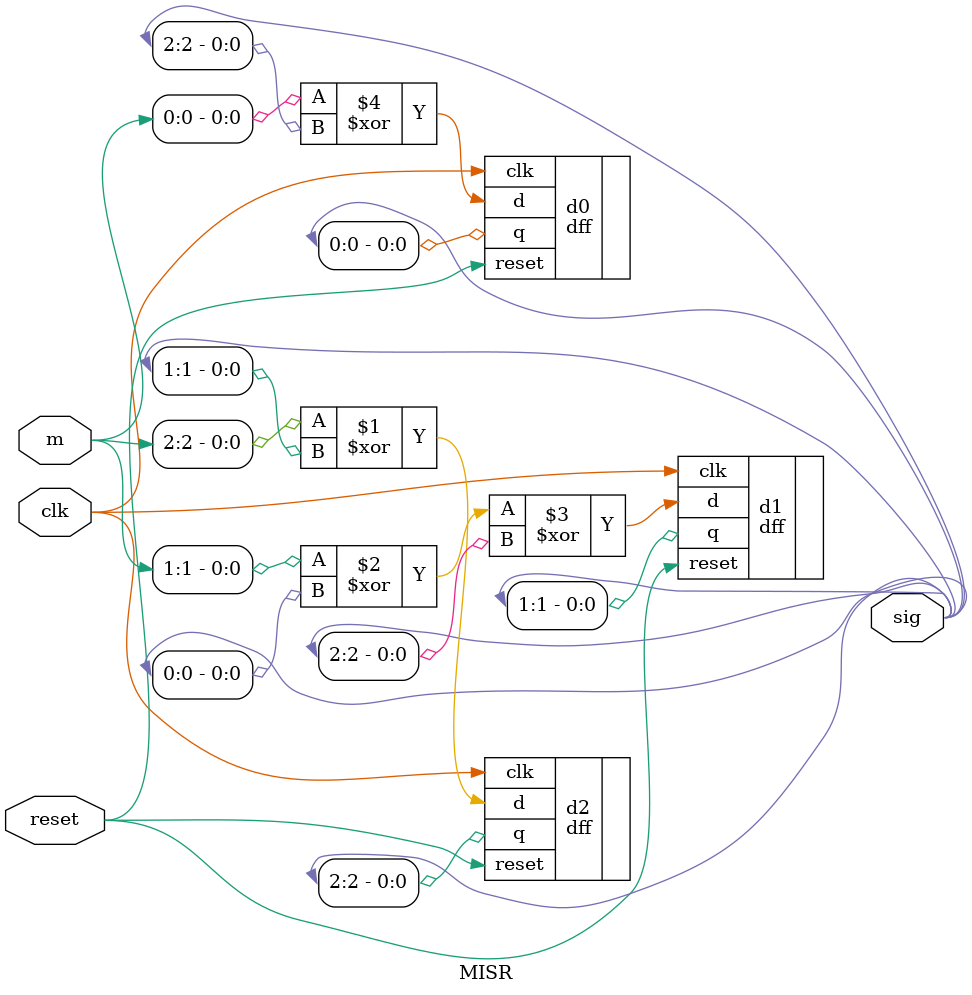
<source format=v>
`timescale 1ns / 1ps


module MISR(
input[2:0] m,
input clk,
input reset,
output [2:0] sig
    );
    
    
    
    dff d2(.d(m[2]^sig[1])       , .q(sig[2]),  .clk(clk), .reset(reset));
    dff d1(.d(m[1]^sig[0]^sig[2]), .q(sig[1]),  .clk(clk), .reset(reset));
    dff d0(.d(m[0]^sig[2])       , .q(sig[0]),  .clk(clk), .reset(reset));

    
    
endmodule

</source>
